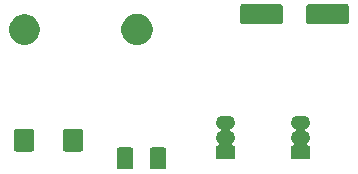
<source format=gbr>
G04 #@! TF.GenerationSoftware,KiCad,Pcbnew,(5.1.2)-1*
G04 #@! TF.CreationDate,2019-06-03T12:51:14-05:00*
G04 #@! TF.ProjectId,1stCircuit,31737443-6972-4637-9569-742e6b696361,rev?*
G04 #@! TF.SameCoordinates,Original*
G04 #@! TF.FileFunction,Soldermask,Top*
G04 #@! TF.FilePolarity,Negative*
%FSLAX46Y46*%
G04 Gerber Fmt 4.6, Leading zero omitted, Abs format (unit mm)*
G04 Created by KiCad (PCBNEW (5.1.2)-1) date 2019-06-03 12:51:14*
%MOMM*%
%LPD*%
G04 APERTURE LIST*
%ADD10C,0.100000*%
G04 APERTURE END LIST*
D10*
G36*
X148724604Y-105250347D02*
G01*
X148761144Y-105261432D01*
X148794821Y-105279433D01*
X148824341Y-105303659D01*
X148848567Y-105333179D01*
X148866568Y-105366856D01*
X148877653Y-105403396D01*
X148882000Y-105447538D01*
X148882000Y-106896462D01*
X148877653Y-106940604D01*
X148866568Y-106977144D01*
X148848567Y-107010821D01*
X148824341Y-107040341D01*
X148794821Y-107064567D01*
X148761144Y-107082568D01*
X148724604Y-107093653D01*
X148680462Y-107098000D01*
X147731538Y-107098000D01*
X147687396Y-107093653D01*
X147650856Y-107082568D01*
X147617179Y-107064567D01*
X147587659Y-107040341D01*
X147563433Y-107010821D01*
X147545432Y-106977144D01*
X147534347Y-106940604D01*
X147530000Y-106896462D01*
X147530000Y-105447538D01*
X147534347Y-105403396D01*
X147545432Y-105366856D01*
X147563433Y-105333179D01*
X147587659Y-105303659D01*
X147617179Y-105279433D01*
X147650856Y-105261432D01*
X147687396Y-105250347D01*
X147731538Y-105246000D01*
X148680462Y-105246000D01*
X148724604Y-105250347D01*
X148724604Y-105250347D01*
G37*
G36*
X151524604Y-105250347D02*
G01*
X151561144Y-105261432D01*
X151594821Y-105279433D01*
X151624341Y-105303659D01*
X151648567Y-105333179D01*
X151666568Y-105366856D01*
X151677653Y-105403396D01*
X151682000Y-105447538D01*
X151682000Y-106896462D01*
X151677653Y-106940604D01*
X151666568Y-106977144D01*
X151648567Y-107010821D01*
X151624341Y-107040341D01*
X151594821Y-107064567D01*
X151561144Y-107082568D01*
X151524604Y-107093653D01*
X151480462Y-107098000D01*
X150531538Y-107098000D01*
X150487396Y-107093653D01*
X150450856Y-107082568D01*
X150417179Y-107064567D01*
X150387659Y-107040341D01*
X150363433Y-107010821D01*
X150345432Y-106977144D01*
X150334347Y-106940604D01*
X150330000Y-106896462D01*
X150330000Y-105447538D01*
X150334347Y-105403396D01*
X150345432Y-105366856D01*
X150363433Y-105333179D01*
X150387659Y-105303659D01*
X150417179Y-105279433D01*
X150450856Y-105261432D01*
X150487396Y-105250347D01*
X150531538Y-105246000D01*
X151480462Y-105246000D01*
X151524604Y-105250347D01*
X151524604Y-105250347D01*
G37*
G36*
X163405916Y-102556334D02*
G01*
X163514492Y-102589271D01*
X163514495Y-102589272D01*
X163550601Y-102608571D01*
X163614557Y-102642756D01*
X163702264Y-102714736D01*
X163774244Y-102802443D01*
X163808429Y-102866399D01*
X163827728Y-102902505D01*
X163827729Y-102902508D01*
X163860666Y-103011084D01*
X163871787Y-103124000D01*
X163860666Y-103236916D01*
X163827729Y-103345492D01*
X163827728Y-103345495D01*
X163808429Y-103381601D01*
X163774244Y-103445557D01*
X163702264Y-103533264D01*
X163614557Y-103605244D01*
X163533141Y-103648761D01*
X163512766Y-103662375D01*
X163495439Y-103679702D01*
X163481826Y-103700076D01*
X163472448Y-103722715D01*
X163467668Y-103746748D01*
X163467668Y-103771252D01*
X163472448Y-103795285D01*
X163481826Y-103817924D01*
X163495440Y-103838299D01*
X163512767Y-103855626D01*
X163533141Y-103869239D01*
X163614557Y-103912756D01*
X163702264Y-103984736D01*
X163774244Y-104072443D01*
X163808429Y-104136399D01*
X163827728Y-104172505D01*
X163827729Y-104172508D01*
X163860666Y-104281084D01*
X163871787Y-104394000D01*
X163860666Y-104506916D01*
X163827729Y-104615492D01*
X163827728Y-104615495D01*
X163808429Y-104651601D01*
X163774244Y-104715557D01*
X163702264Y-104803264D01*
X163625354Y-104866383D01*
X163608035Y-104883702D01*
X163594421Y-104904077D01*
X163585043Y-104926716D01*
X163580263Y-104950749D01*
X163580263Y-104975253D01*
X163585043Y-104999286D01*
X163594421Y-105021925D01*
X163608034Y-105042299D01*
X163625361Y-105059626D01*
X163645736Y-105073240D01*
X163668375Y-105082618D01*
X163692408Y-105087398D01*
X163704660Y-105088000D01*
X163869000Y-105088000D01*
X163869000Y-106240000D01*
X162267000Y-106240000D01*
X162267000Y-105088000D01*
X162431340Y-105088000D01*
X162455726Y-105085598D01*
X162479175Y-105078485D01*
X162500786Y-105066934D01*
X162519728Y-105051389D01*
X162535273Y-105032447D01*
X162546824Y-105010836D01*
X162553937Y-104987387D01*
X162556339Y-104963001D01*
X162553937Y-104938615D01*
X162546824Y-104915166D01*
X162535273Y-104893555D01*
X162519728Y-104874613D01*
X162510655Y-104866391D01*
X162433736Y-104803264D01*
X162361756Y-104715557D01*
X162327571Y-104651601D01*
X162308272Y-104615495D01*
X162308271Y-104615492D01*
X162275334Y-104506916D01*
X162264213Y-104394000D01*
X162275334Y-104281084D01*
X162308271Y-104172508D01*
X162308272Y-104172505D01*
X162327571Y-104136399D01*
X162361756Y-104072443D01*
X162433736Y-103984736D01*
X162521443Y-103912756D01*
X162602859Y-103869239D01*
X162623234Y-103855625D01*
X162640561Y-103838298D01*
X162654174Y-103817924D01*
X162663552Y-103795285D01*
X162668332Y-103771252D01*
X162668332Y-103746748D01*
X162663552Y-103722715D01*
X162654174Y-103700076D01*
X162640560Y-103679701D01*
X162623233Y-103662374D01*
X162602859Y-103648761D01*
X162521443Y-103605244D01*
X162433736Y-103533264D01*
X162361756Y-103445557D01*
X162327571Y-103381601D01*
X162308272Y-103345495D01*
X162308271Y-103345492D01*
X162275334Y-103236916D01*
X162264213Y-103124000D01*
X162275334Y-103011084D01*
X162308271Y-102902508D01*
X162308272Y-102902505D01*
X162327571Y-102866399D01*
X162361756Y-102802443D01*
X162433736Y-102714736D01*
X162521443Y-102642756D01*
X162585399Y-102608571D01*
X162621505Y-102589272D01*
X162621508Y-102589271D01*
X162730084Y-102556334D01*
X162814702Y-102548000D01*
X163321298Y-102548000D01*
X163405916Y-102556334D01*
X163405916Y-102556334D01*
G37*
G36*
X157055916Y-102556334D02*
G01*
X157164492Y-102589271D01*
X157164495Y-102589272D01*
X157200601Y-102608571D01*
X157264557Y-102642756D01*
X157352264Y-102714736D01*
X157424244Y-102802443D01*
X157458429Y-102866399D01*
X157477728Y-102902505D01*
X157477729Y-102902508D01*
X157510666Y-103011084D01*
X157521787Y-103124000D01*
X157510666Y-103236916D01*
X157477729Y-103345492D01*
X157477728Y-103345495D01*
X157458429Y-103381601D01*
X157424244Y-103445557D01*
X157352264Y-103533264D01*
X157264557Y-103605244D01*
X157183141Y-103648761D01*
X157162766Y-103662375D01*
X157145439Y-103679702D01*
X157131826Y-103700076D01*
X157122448Y-103722715D01*
X157117668Y-103746748D01*
X157117668Y-103771252D01*
X157122448Y-103795285D01*
X157131826Y-103817924D01*
X157145440Y-103838299D01*
X157162767Y-103855626D01*
X157183141Y-103869239D01*
X157264557Y-103912756D01*
X157352264Y-103984736D01*
X157424244Y-104072443D01*
X157458429Y-104136399D01*
X157477728Y-104172505D01*
X157477729Y-104172508D01*
X157510666Y-104281084D01*
X157521787Y-104394000D01*
X157510666Y-104506916D01*
X157477729Y-104615492D01*
X157477728Y-104615495D01*
X157458429Y-104651601D01*
X157424244Y-104715557D01*
X157352264Y-104803264D01*
X157275354Y-104866383D01*
X157258035Y-104883702D01*
X157244421Y-104904077D01*
X157235043Y-104926716D01*
X157230263Y-104950749D01*
X157230263Y-104975253D01*
X157235043Y-104999286D01*
X157244421Y-105021925D01*
X157258034Y-105042299D01*
X157275361Y-105059626D01*
X157295736Y-105073240D01*
X157318375Y-105082618D01*
X157342408Y-105087398D01*
X157354660Y-105088000D01*
X157519000Y-105088000D01*
X157519000Y-106240000D01*
X155917000Y-106240000D01*
X155917000Y-105088000D01*
X156081340Y-105088000D01*
X156105726Y-105085598D01*
X156129175Y-105078485D01*
X156150786Y-105066934D01*
X156169728Y-105051389D01*
X156185273Y-105032447D01*
X156196824Y-105010836D01*
X156203937Y-104987387D01*
X156206339Y-104963001D01*
X156203937Y-104938615D01*
X156196824Y-104915166D01*
X156185273Y-104893555D01*
X156169728Y-104874613D01*
X156160655Y-104866391D01*
X156083736Y-104803264D01*
X156011756Y-104715557D01*
X155977571Y-104651601D01*
X155958272Y-104615495D01*
X155958271Y-104615492D01*
X155925334Y-104506916D01*
X155914213Y-104394000D01*
X155925334Y-104281084D01*
X155958271Y-104172508D01*
X155958272Y-104172505D01*
X155977571Y-104136399D01*
X156011756Y-104072443D01*
X156083736Y-103984736D01*
X156171443Y-103912756D01*
X156252859Y-103869239D01*
X156273234Y-103855625D01*
X156290561Y-103838298D01*
X156304174Y-103817924D01*
X156313552Y-103795285D01*
X156318332Y-103771252D01*
X156318332Y-103746748D01*
X156313552Y-103722715D01*
X156304174Y-103700076D01*
X156290560Y-103679701D01*
X156273233Y-103662374D01*
X156252859Y-103648761D01*
X156171443Y-103605244D01*
X156083736Y-103533264D01*
X156011756Y-103445557D01*
X155977571Y-103381601D01*
X155958272Y-103345495D01*
X155958271Y-103345492D01*
X155925334Y-103236916D01*
X155914213Y-103124000D01*
X155925334Y-103011084D01*
X155958271Y-102902508D01*
X155958272Y-102902505D01*
X155977571Y-102866399D01*
X156011756Y-102802443D01*
X156083736Y-102714736D01*
X156171443Y-102642756D01*
X156235399Y-102608571D01*
X156271505Y-102589272D01*
X156271508Y-102589271D01*
X156380084Y-102556334D01*
X156464702Y-102548000D01*
X156971298Y-102548000D01*
X157055916Y-102556334D01*
X157055916Y-102556334D01*
G37*
G36*
X144512297Y-103701068D02*
G01*
X144546109Y-103711325D01*
X144577279Y-103727986D01*
X144604596Y-103750404D01*
X144627014Y-103777721D01*
X144643675Y-103808891D01*
X144653932Y-103842703D01*
X144658000Y-103884012D01*
X144658000Y-105411988D01*
X144653932Y-105453297D01*
X144643675Y-105487109D01*
X144627014Y-105518279D01*
X144604596Y-105545596D01*
X144577279Y-105568014D01*
X144546109Y-105584675D01*
X144512297Y-105594932D01*
X144470988Y-105599000D01*
X143168012Y-105599000D01*
X143126703Y-105594932D01*
X143092891Y-105584675D01*
X143061721Y-105568014D01*
X143034404Y-105545596D01*
X143011986Y-105518279D01*
X142995325Y-105487109D01*
X142985068Y-105453297D01*
X142981000Y-105411988D01*
X142981000Y-103884012D01*
X142985068Y-103842703D01*
X142995325Y-103808891D01*
X143011986Y-103777721D01*
X143034404Y-103750404D01*
X143061721Y-103727986D01*
X143092891Y-103711325D01*
X143126703Y-103701068D01*
X143168012Y-103697000D01*
X144470988Y-103697000D01*
X144512297Y-103701068D01*
X144512297Y-103701068D01*
G37*
G36*
X140337297Y-103701068D02*
G01*
X140371109Y-103711325D01*
X140402279Y-103727986D01*
X140429596Y-103750404D01*
X140452014Y-103777721D01*
X140468675Y-103808891D01*
X140478932Y-103842703D01*
X140483000Y-103884012D01*
X140483000Y-105411988D01*
X140478932Y-105453297D01*
X140468675Y-105487109D01*
X140452014Y-105518279D01*
X140429596Y-105545596D01*
X140402279Y-105568014D01*
X140371109Y-105584675D01*
X140337297Y-105594932D01*
X140295988Y-105599000D01*
X138993012Y-105599000D01*
X138951703Y-105594932D01*
X138917891Y-105584675D01*
X138886721Y-105568014D01*
X138859404Y-105545596D01*
X138836986Y-105518279D01*
X138820325Y-105487109D01*
X138810068Y-105453297D01*
X138806000Y-105411988D01*
X138806000Y-103884012D01*
X138810068Y-103842703D01*
X138820325Y-103808891D01*
X138836986Y-103777721D01*
X138859404Y-103750404D01*
X138886721Y-103727986D01*
X138917891Y-103711325D01*
X138951703Y-103701068D01*
X138993012Y-103697000D01*
X140295988Y-103697000D01*
X140337297Y-103701068D01*
X140337297Y-103701068D01*
G37*
G36*
X149460655Y-93949000D02*
G01*
X149615322Y-93979765D01*
X149756148Y-94038097D01*
X149855727Y-94079344D01*
X149882254Y-94097069D01*
X150072089Y-94223912D01*
X150256088Y-94407911D01*
X150264607Y-94420661D01*
X150400656Y-94624273D01*
X150437329Y-94712810D01*
X150500235Y-94864678D01*
X150551000Y-95119893D01*
X150551000Y-95380107D01*
X150500235Y-95635322D01*
X150441903Y-95776148D01*
X150400656Y-95875727D01*
X150400655Y-95875728D01*
X150256088Y-96092089D01*
X150072089Y-96276088D01*
X149927521Y-96372685D01*
X149855727Y-96420656D01*
X149756148Y-96461903D01*
X149615322Y-96520235D01*
X149487715Y-96545617D01*
X149360109Y-96571000D01*
X149099891Y-96571000D01*
X148972285Y-96545617D01*
X148844678Y-96520235D01*
X148703852Y-96461903D01*
X148604273Y-96420656D01*
X148532479Y-96372685D01*
X148387911Y-96276088D01*
X148203912Y-96092089D01*
X148059345Y-95875728D01*
X148059344Y-95875727D01*
X148018097Y-95776148D01*
X147959765Y-95635322D01*
X147909000Y-95380107D01*
X147909000Y-95119893D01*
X147959765Y-94864678D01*
X148022671Y-94712810D01*
X148059344Y-94624273D01*
X148195393Y-94420661D01*
X148203912Y-94407911D01*
X148387911Y-94223912D01*
X148577746Y-94097069D01*
X148604273Y-94079344D01*
X148703852Y-94038097D01*
X148844678Y-93979765D01*
X148999345Y-93949000D01*
X149099891Y-93929000D01*
X149360109Y-93929000D01*
X149460655Y-93949000D01*
X149460655Y-93949000D01*
G37*
G36*
X140079487Y-93998996D02*
G01*
X140316253Y-94097068D01*
X140316255Y-94097069D01*
X140529339Y-94239447D01*
X140710553Y-94420661D01*
X140841706Y-94616945D01*
X140852932Y-94633747D01*
X140951004Y-94870513D01*
X141001000Y-95121861D01*
X141001000Y-95378139D01*
X140951004Y-95629487D01*
X140852932Y-95866253D01*
X140852931Y-95866255D01*
X140710553Y-96079339D01*
X140529339Y-96260553D01*
X140316255Y-96402931D01*
X140316254Y-96402932D01*
X140316253Y-96402932D01*
X140079487Y-96501004D01*
X139828139Y-96551000D01*
X139571861Y-96551000D01*
X139320513Y-96501004D01*
X139083747Y-96402932D01*
X139083746Y-96402932D01*
X139083745Y-96402931D01*
X138870661Y-96260553D01*
X138689447Y-96079339D01*
X138547069Y-95866255D01*
X138547068Y-95866253D01*
X138448996Y-95629487D01*
X138399000Y-95378139D01*
X138399000Y-95121861D01*
X138448996Y-94870513D01*
X138547068Y-94633747D01*
X138558295Y-94616945D01*
X138689447Y-94420661D01*
X138870661Y-94239447D01*
X139083745Y-94097069D01*
X139083747Y-94097068D01*
X139320513Y-93998996D01*
X139571861Y-93949000D01*
X139828139Y-93949000D01*
X140079487Y-93998996D01*
X140079487Y-93998996D01*
G37*
G36*
X161415997Y-93133051D02*
G01*
X161449652Y-93143261D01*
X161480665Y-93159838D01*
X161507851Y-93182149D01*
X161530162Y-93209335D01*
X161546739Y-93240348D01*
X161556949Y-93274003D01*
X161561000Y-93315138D01*
X161561000Y-94644862D01*
X161556949Y-94685997D01*
X161546739Y-94719652D01*
X161530162Y-94750665D01*
X161507851Y-94777851D01*
X161480665Y-94800162D01*
X161449652Y-94816739D01*
X161415997Y-94826949D01*
X161374862Y-94831000D01*
X158145138Y-94831000D01*
X158104003Y-94826949D01*
X158070348Y-94816739D01*
X158039335Y-94800162D01*
X158012149Y-94777851D01*
X157989838Y-94750665D01*
X157973261Y-94719652D01*
X157963051Y-94685997D01*
X157959000Y-94644862D01*
X157959000Y-93315138D01*
X157963051Y-93274003D01*
X157973261Y-93240348D01*
X157989838Y-93209335D01*
X158012149Y-93182149D01*
X158039335Y-93159838D01*
X158070348Y-93143261D01*
X158104003Y-93133051D01*
X158145138Y-93129000D01*
X161374862Y-93129000D01*
X161415997Y-93133051D01*
X161415997Y-93133051D01*
G37*
G36*
X167015997Y-93133051D02*
G01*
X167049652Y-93143261D01*
X167080665Y-93159838D01*
X167107851Y-93182149D01*
X167130162Y-93209335D01*
X167146739Y-93240348D01*
X167156949Y-93274003D01*
X167161000Y-93315138D01*
X167161000Y-94644862D01*
X167156949Y-94685997D01*
X167146739Y-94719652D01*
X167130162Y-94750665D01*
X167107851Y-94777851D01*
X167080665Y-94800162D01*
X167049652Y-94816739D01*
X167015997Y-94826949D01*
X166974862Y-94831000D01*
X163745138Y-94831000D01*
X163704003Y-94826949D01*
X163670348Y-94816739D01*
X163639335Y-94800162D01*
X163612149Y-94777851D01*
X163589838Y-94750665D01*
X163573261Y-94719652D01*
X163563051Y-94685997D01*
X163559000Y-94644862D01*
X163559000Y-93315138D01*
X163563051Y-93274003D01*
X163573261Y-93240348D01*
X163589838Y-93209335D01*
X163612149Y-93182149D01*
X163639335Y-93159838D01*
X163670348Y-93143261D01*
X163704003Y-93133051D01*
X163745138Y-93129000D01*
X166974862Y-93129000D01*
X167015997Y-93133051D01*
X167015997Y-93133051D01*
G37*
M02*

</source>
